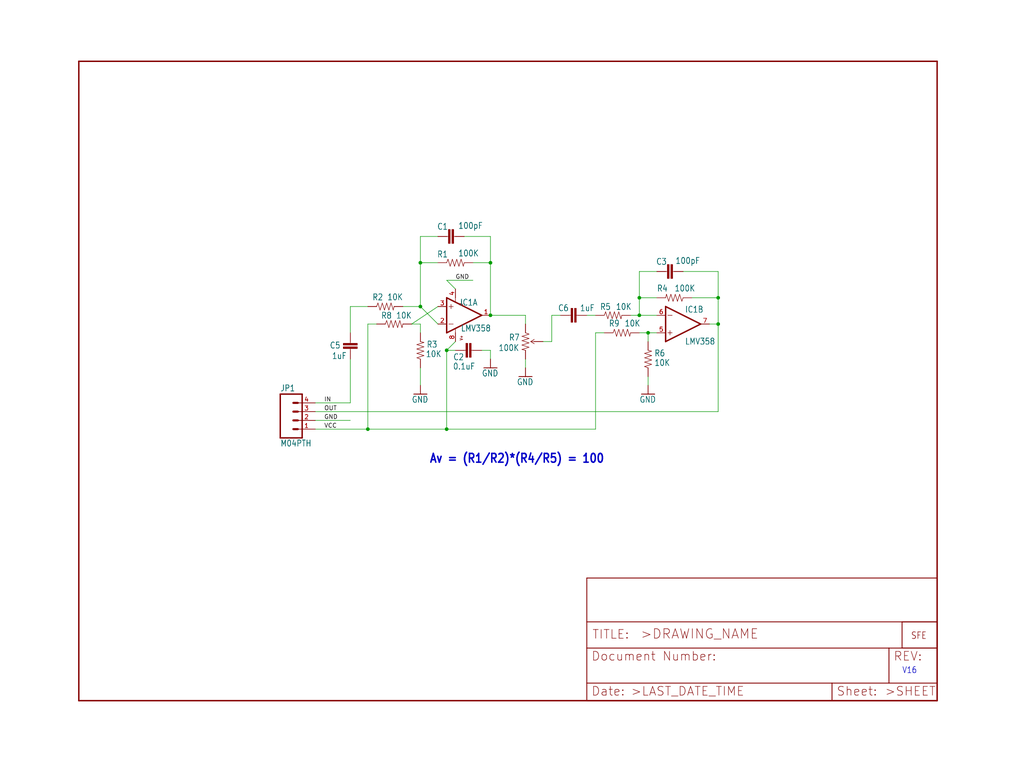
<source format=kicad_sch>
(kicad_sch (version 20211123) (generator eeschema)
  (paper "User" 297.002 223.926)
  (lib_symbols
    (symbol "schematicEagle-eagle-import:CAP0402-CAP"
      (property "Reference" "C" (at 1.524 2.921 0))
      (property "Value" "CAP0402-CAP" (at 1.524 -2.159 0))
      (symbol "CAP0402-CAP_1_0"
        (rectangle (start -2.032 0.508) (end 2.032 1.016) (fill (type outline)))
        (rectangle (start -2.032 1.524) (end 2.032 2.032) (fill (type outline)))
        (polyline (pts (xy 0 0) (xy 0 0.508)) (stroke (width 0.1524)))
        (polyline (pts (xy 0 2.54) (xy 0 2.032)) (stroke (width 0.1524)))
        (pin passive line (at 0 5.08 270) (length 2.54) (name "1") (number "1"))
        (pin passive line (at 0 -2.54 90) (length 2.54) (name "2") (number "2"))
      )
    )
    (symbol "schematicEagle-eagle-import:FRAME-LETTER"
      (symbol "FRAME-LETTER_1_0"
        (polyline (pts (xy 0 0) (xy 248.92 0)) (stroke (width 0.4064)))
        (polyline (pts (xy 0 185.42) (xy 0 0)) (stroke (width 0.4064)))
        (polyline (pts (xy 0 185.42) (xy 248.92 185.42)) (stroke (width 0.4064)))
        (polyline (pts (xy 248.92 185.42) (xy 248.92 0)) (stroke (width 0.4064)))
      )
      (symbol "FRAME-LETTER_2_0"
        (polyline (pts (xy 0 0) (xy 0 5.08)) (stroke (width 0.254)))
        (polyline (pts (xy 0 0) (xy 71.12 0)) (stroke (width 0.254)))
        (polyline (pts (xy 0 5.08) (xy 0 15.24)) (stroke (width 0.254)))
        (polyline (pts (xy 0 5.08) (xy 71.12 5.08)) (stroke (width 0.254)))
        (polyline (pts (xy 0 15.24) (xy 0 22.86)) (stroke (width 0.254)))
        (polyline (pts (xy 0 22.86) (xy 0 35.56)) (stroke (width 0.254)))
        (polyline (pts (xy 0 22.86) (xy 101.6 22.86)) (stroke (width 0.254)))
        (polyline (pts (xy 71.12 0) (xy 101.6 0)) (stroke (width 0.254)))
        (polyline (pts (xy 71.12 5.08) (xy 71.12 0)) (stroke (width 0.254)))
        (polyline (pts (xy 71.12 5.08) (xy 87.63 5.08)) (stroke (width 0.254)))
        (polyline (pts (xy 87.63 5.08) (xy 101.6 5.08)) (stroke (width 0.254)))
        (polyline (pts (xy 87.63 15.24) (xy 0 15.24)) (stroke (width 0.254)))
        (polyline (pts (xy 87.63 15.24) (xy 87.63 5.08)) (stroke (width 0.254)))
        (polyline (pts (xy 101.6 5.08) (xy 101.6 0)) (stroke (width 0.254)))
        (polyline (pts (xy 101.6 15.24) (xy 87.63 15.24)) (stroke (width 0.254)))
        (polyline (pts (xy 101.6 15.24) (xy 101.6 5.08)) (stroke (width 0.254)))
        (polyline (pts (xy 101.6 22.86) (xy 101.6 15.24)) (stroke (width 0.254)))
        (polyline (pts (xy 101.6 35.56) (xy 0 35.56)) (stroke (width 0.254)))
        (polyline (pts (xy 101.6 35.56) (xy 101.6 22.86)) (stroke (width 0.254)))
        (text ">DRAWING_NAME" (at 15.494 17.78 0) (effects (font (size 2.7432 2.7432)) (justify left bottom)))
        (text ">LAST_DATE_TIME" (at 12.7 1.27 0) (effects (font (size 2.54 2.54)) (justify left bottom)))
        (text ">SHEET" (at 86.36 1.27 0) (effects (font (size 2.54 2.54)) (justify left bottom)))
        (text "Date:" (at 1.27 1.27 0) (effects (font (size 2.54 2.54)) (justify left bottom)))
        (text "Document Number:" (at 1.27 11.43 0) (effects (font (size 2.54 2.54)) (justify left bottom)))
        (text "REV:" (at 88.9 11.43 0) (effects (font (size 2.54 2.54)) (justify left bottom)))
        (text "Sheet:" (at 72.39 1.27 0) (effects (font (size 2.54 2.54)) (justify left bottom)))
        (text "TITLE:" (at 1.524 17.78 0) (effects (font (size 2.54 2.54)) (justify left bottom)))
      )
    )
    (symbol "schematicEagle-eagle-import:GND" (power)
      (property "Value" "GND" (at -2.54 -2.54 0))
      (symbol "GND_1_0"
        (polyline (pts (xy -1.905 0) (xy 1.905 0)) (stroke (width 0.254)))
        (pin power_in line (at 0 2.54 270) (length 2.54) (name "GND") (number "1"))
      )
    )
    (symbol "schematicEagle-eagle-import:LOGO-SFENEW"
      (symbol "LOGO-SFENEW_1_0"
        (polyline (pts (xy -2.54 -2.54) (xy 7.62 -2.54)) (stroke (width 0.254)))
        (polyline (pts (xy -2.54 5.08) (xy -2.54 -2.54)) (stroke (width 0.254)))
        (polyline (pts (xy 7.62 -2.54) (xy 7.62 5.08)) (stroke (width 0.254)))
        (polyline (pts (xy 7.62 5.08) (xy -2.54 5.08)) (stroke (width 0.254)))
        (text "SFE" (at 0 0 0) (effects (font (size 1.9304 1.6408)) (justify left bottom)))
      )
    )
    (symbol "schematicEagle-eagle-import:M04PTH"
      (property "Reference" "JP" (at -5.08 8.382 0))
      (property "Value" "M04PTH" (at -5.08 -7.62 0))
      (symbol "M04PTH_1_0"
        (polyline (pts (xy -5.08 7.62) (xy -5.08 -5.08)) (stroke (width 0.4064)))
        (polyline (pts (xy -5.08 7.62) (xy 1.27 7.62)) (stroke (width 0.4064)))
        (polyline (pts (xy -1.27 -2.54) (xy 0 -2.54)) (stroke (width 0.6096)))
        (polyline (pts (xy -1.27 0) (xy 0 0)) (stroke (width 0.6096)))
        (polyline (pts (xy -1.27 2.54) (xy 0 2.54)) (stroke (width 0.6096)))
        (polyline (pts (xy -1.27 5.08) (xy 0 5.08)) (stroke (width 0.6096)))
        (polyline (pts (xy 1.27 -5.08) (xy -5.08 -5.08)) (stroke (width 0.4064)))
        (polyline (pts (xy 1.27 -5.08) (xy 1.27 7.62)) (stroke (width 0.4064)))
        (pin passive line (at 5.08 -2.54 180) (length 5.08) (name "1") (number "1"))
        (pin passive line (at 5.08 0 180) (length 5.08) (name "2") (number "2"))
        (pin passive line (at 5.08 2.54 180) (length 5.08) (name "3") (number "3"))
        (pin passive line (at 5.08 5.08 180) (length 5.08) (name "4") (number "4"))
      )
    )
    (symbol "schematicEagle-eagle-import:OPAMP-DUALU"
      (property "Reference" "IC" (at 2.54 5.715 0))
      (property "Value" "OPAMP-DUALU" (at 2.54 -5.08 0))
      (symbol "OPAMP-DUALU_1_0"
        (polyline (pts (xy -2.54 -5.08) (xy -2.54 5.08)) (stroke (width 0.4064)))
        (polyline (pts (xy -2.54 5.08) (xy 7.62 0)) (stroke (width 0.4064)))
        (polyline (pts (xy -1.905 -2.54) (xy -0.635 -2.54)) (stroke (width 0.1524)))
        (polyline (pts (xy -1.905 2.54) (xy -0.635 2.54)) (stroke (width 0.1524)))
        (polyline (pts (xy -1.27 -3.175) (xy -1.27 -1.905)) (stroke (width 0.1524)))
        (polyline (pts (xy 0 -5.08) (xy 0 -3.8862)) (stroke (width 0.1524)))
        (polyline (pts (xy 0 3.9116) (xy 0 5.08)) (stroke (width 0.1524)))
        (polyline (pts (xy 7.62 0) (xy -2.54 -5.08)) (stroke (width 0.4064)))
        (text "V+" (at 1.27 5.715 900) (effects (font (size 0.8128 0.6908)) (justify left top)))
        (text "V-" (at 1.27 -4.445 900) (effects (font (size 0.8128 0.6908)) (justify left top)))
        (pin output line (at 10.16 0 180) (length 2.54) (name "OUT") (number "1"))
        (pin input line (at -5.08 2.54 0) (length 2.54) (name "-IN") (number "2"))
        (pin input line (at -5.08 -2.54 0) (length 2.54) (name "+IN") (number "3"))
        (pin power_in line (at 0 -7.62 90) (length 2.54) (name "V-") (number "4"))
        (pin power_in line (at 0 7.62 270) (length 2.54) (name "V+") (number "8"))
      )
      (symbol "OPAMP-DUALU_2_0"
        (polyline (pts (xy -5.08 -5.08) (xy 5.08 0)) (stroke (width 0.4064)))
        (polyline (pts (xy -5.08 5.08) (xy -5.08 -5.08)) (stroke (width 0.4064)))
        (polyline (pts (xy -4.445 -2.54) (xy -3.175 -2.54)) (stroke (width 0.1524)))
        (polyline (pts (xy -4.445 2.54) (xy -3.175 2.54)) (stroke (width 0.1524)))
        (polyline (pts (xy -3.81 3.175) (xy -3.81 1.905)) (stroke (width 0.1524)))
        (polyline (pts (xy 5.08 0) (xy -5.08 5.08)) (stroke (width 0.4064)))
        (pin input line (at -7.62 2.54 0) (length 2.54) (name "+IN") (number "5"))
        (pin input line (at -7.62 -2.54 0) (length 2.54) (name "-IN") (number "6"))
        (pin output line (at 7.62 0 180) (length 2.54) (name "OUT") (number "7"))
      )
    )
    (symbol "schematicEagle-eagle-import:RESISTOR0402"
      (property "Reference" "R" (at -3.81 1.4986 0))
      (property "Value" "RESISTOR0402" (at -3.81 -3.302 0))
      (symbol "RESISTOR0402_1_0"
        (polyline (pts (xy -2.54 0) (xy -2.159 1.016)) (stroke (width 0.1524)))
        (polyline (pts (xy -2.159 1.016) (xy -1.524 -1.016)) (stroke (width 0.1524)))
        (polyline (pts (xy -1.524 -1.016) (xy -0.889 1.016)) (stroke (width 0.1524)))
        (polyline (pts (xy -0.889 1.016) (xy -0.254 -1.016)) (stroke (width 0.1524)))
        (polyline (pts (xy -0.254 -1.016) (xy 0.381 1.016)) (stroke (width 0.1524)))
        (polyline (pts (xy 0.381 1.016) (xy 1.016 -1.016)) (stroke (width 0.1524)))
        (polyline (pts (xy 1.016 -1.016) (xy 1.651 1.016)) (stroke (width 0.1524)))
        (polyline (pts (xy 1.651 1.016) (xy 2.286 -1.016)) (stroke (width 0.1524)))
        (polyline (pts (xy 2.286 -1.016) (xy 2.54 0)) (stroke (width 0.1524)))
        (pin passive line (at -5.08 0 0) (length 2.54) (name "1") (number "1"))
        (pin passive line (at 5.08 0 180) (length 2.54) (name "2") (number "2"))
      )
    )
    (symbol "schematicEagle-eagle-import:RESISTOR0402-RES"
      (property "Reference" "R" (at -3.81 1.4986 0))
      (property "Value" "RESISTOR0402-RES" (at -3.81 -3.302 0))
      (symbol "RESISTOR0402-RES_1_0"
        (polyline (pts (xy -2.54 0) (xy -2.159 1.016)) (stroke (width 0.1524)))
        (polyline (pts (xy -2.159 1.016) (xy -1.524 -1.016)) (stroke (width 0.1524)))
        (polyline (pts (xy -1.524 -1.016) (xy -0.889 1.016)) (stroke (width 0.1524)))
        (polyline (pts (xy -0.889 1.016) (xy -0.254 -1.016)) (stroke (width 0.1524)))
        (polyline (pts (xy -0.254 -1.016) (xy 0.381 1.016)) (stroke (width 0.1524)))
        (polyline (pts (xy 0.381 1.016) (xy 1.016 -1.016)) (stroke (width 0.1524)))
        (polyline (pts (xy 1.016 -1.016) (xy 1.651 1.016)) (stroke (width 0.1524)))
        (polyline (pts (xy 1.651 1.016) (xy 2.286 -1.016)) (stroke (width 0.1524)))
        (polyline (pts (xy 2.286 -1.016) (xy 2.54 0)) (stroke (width 0.1524)))
        (pin passive line (at -5.08 0 0) (length 2.54) (name "1") (number "1"))
        (pin passive line (at 5.08 0 180) (length 2.54) (name "2") (number "2"))
      )
    )
    (symbol "schematicEagle-eagle-import:TRIMPOTSMD"
      (property "Reference" "R" (at -11.43 1.4986 0))
      (property "Value" "TRIMPOTSMD" (at -3.81 -3.302 0))
      (symbol "TRIMPOTSMD_1_0"
        (polyline (pts (xy -2.54 0) (xy -2.159 1.016)) (stroke (width 0.1524)))
        (polyline (pts (xy -2.159 1.016) (xy -1.524 -1.016)) (stroke (width 0.1524)))
        (polyline (pts (xy -1.524 -1.016) (xy -0.889 1.016)) (stroke (width 0.1524)))
        (polyline (pts (xy -0.889 1.016) (xy -0.254 -1.016)) (stroke (width 0.1524)))
        (polyline (pts (xy -0.635 2.54) (xy 0 1.524)) (stroke (width 0.1524)))
        (polyline (pts (xy -0.254 -1.016) (xy 0.381 1.016)) (stroke (width 0.1524)))
        (polyline (pts (xy 0 1.524) (xy 0.635 2.54)) (stroke (width 0.1524)))
        (polyline (pts (xy 0 2.54) (xy 0 1.524)) (stroke (width 0.1524)))
        (polyline (pts (xy 0.381 1.016) (xy 1.016 -1.016)) (stroke (width 0.1524)))
        (polyline (pts (xy 1.016 -1.016) (xy 1.651 1.016)) (stroke (width 0.1524)))
        (polyline (pts (xy 1.651 1.016) (xy 2.286 -1.016)) (stroke (width 0.1524)))
        (polyline (pts (xy 2.286 -1.016) (xy 2.54 0)) (stroke (width 0.1524)))
        (pin passive line (at -5.08 0 0) (length 2.54) (name "CCW") (number "1"))
        (pin passive line (at 0 5.08 270) (length 2.54) (name "WIPER") (number "2"))
        (pin passive line (at 5.08 0 180) (length 2.54) (name "CW") (number "3"))
      )
    )
  )
  (junction (at 208.28 93.98))
  (junction (at 129.54 101.6))
  (junction (at 185.42 91.44))
  (junction (at 185.42 86.36))
  (junction (at 208.28 86.36))
  (junction (at 121.92 88.9))
  (junction (at 187.96 96.52))
  (junction (at 142.24 91.44))
  (junction (at 129.54 124.46))
  (junction (at 121.92 76.2))
  (junction (at 106.68 124.46))
  (junction (at 142.24 76.2))
  (wire (pts (xy 106.68 93.98) (xy 106.68 124.46)))
  (wire (pts (xy 208.28 119.38) (xy 91.44 119.38)))
  (wire (pts (xy 170.18 91.44) (xy 172.72 91.44)))
  (wire (pts (xy 91.44 116.84) (xy 101.6 116.84)))
  (wire (pts (xy 121.92 88.9) (xy 127 93.98)))
  (wire (pts (xy 208.28 78.74) (xy 208.28 86.36)))
  (wire (pts (xy 152.4 93.98) (xy 152.4 91.44)))
  (wire (pts (xy 109.22 93.98) (xy 106.68 93.98)))
  (wire (pts (xy 121.92 106.68) (xy 121.92 111.76)))
  (wire (pts (xy 208.28 86.36) (xy 208.28 93.98)))
  (wire (pts (xy 160.02 91.44) (xy 160.02 99.06)))
  (wire (pts (xy 134.62 68.58) (xy 142.24 68.58)))
  (wire (pts (xy 175.26 96.52) (xy 172.72 96.52)))
  (wire (pts (xy 137.16 76.2) (xy 142.24 76.2)))
  (wire (pts (xy 190.5 86.36) (xy 185.42 86.36)))
  (wire (pts (xy 185.42 78.74) (xy 185.42 86.36)))
  (wire (pts (xy 101.6 88.9) (xy 106.68 88.9)))
  (wire (pts (xy 129.54 101.6) (xy 132.08 99.06)))
  (wire (pts (xy 129.54 124.46) (xy 106.68 124.46)))
  (wire (pts (xy 121.92 68.58) (xy 121.92 76.2)))
  (wire (pts (xy 116.84 88.9) (xy 121.92 88.9)))
  (wire (pts (xy 132.08 83.82) (xy 129.54 81.28)))
  (wire (pts (xy 127 68.58) (xy 121.92 68.58)))
  (wire (pts (xy 172.72 124.46) (xy 129.54 124.46)))
  (wire (pts (xy 142.24 68.58) (xy 142.24 76.2)))
  (wire (pts (xy 132.08 101.6) (xy 129.54 101.6)))
  (wire (pts (xy 208.28 119.38) (xy 208.28 93.98)))
  (wire (pts (xy 106.68 124.46) (xy 91.44 124.46)))
  (wire (pts (xy 162.56 91.44) (xy 160.02 91.44)))
  (wire (pts (xy 187.96 96.52) (xy 187.96 99.06)))
  (wire (pts (xy 185.42 86.36) (xy 185.42 91.44)))
  (wire (pts (xy 185.42 91.44) (xy 190.5 91.44)))
  (wire (pts (xy 152.4 104.14) (xy 152.4 106.68)))
  (wire (pts (xy 121.92 76.2) (xy 121.92 88.9)))
  (wire (pts (xy 91.44 121.92) (xy 101.6 121.92)))
  (wire (pts (xy 121.92 93.98) (xy 119.38 93.98)))
  (wire (pts (xy 160.02 99.06) (xy 157.48 99.06)))
  (wire (pts (xy 182.88 91.44) (xy 185.42 91.44)))
  (wire (pts (xy 190.5 78.74) (xy 185.42 78.74)))
  (wire (pts (xy 172.72 96.52) (xy 172.72 124.46)))
  (wire (pts (xy 119.38 93.98) (xy 127 88.9)))
  (wire (pts (xy 127 76.2) (xy 121.92 76.2)))
  (wire (pts (xy 139.7 101.6) (xy 142.24 101.6)))
  (wire (pts (xy 142.24 101.6) (xy 142.24 104.14)))
  (wire (pts (xy 142.24 76.2) (xy 142.24 91.44)))
  (wire (pts (xy 101.6 116.84) (xy 101.6 104.14)))
  (wire (pts (xy 187.96 109.22) (xy 187.96 111.76)))
  (wire (pts (xy 198.12 78.74) (xy 208.28 78.74)))
  (wire (pts (xy 200.66 86.36) (xy 208.28 86.36)))
  (wire (pts (xy 152.4 91.44) (xy 142.24 91.44)))
  (wire (pts (xy 129.54 101.6) (xy 129.54 124.46)))
  (wire (pts (xy 185.42 96.52) (xy 187.96 96.52)))
  (wire (pts (xy 129.54 81.28) (xy 137.16 81.28)))
  (wire (pts (xy 101.6 96.52) (xy 101.6 88.9)))
  (wire (pts (xy 121.92 96.52) (xy 121.92 93.98)))
  (wire (pts (xy 208.28 93.98) (xy 205.74 93.98)))
  (wire (pts (xy 190.5 96.52) (xy 187.96 96.52)))
  (text "V16" (at 261.62 195.58 180) (effects (font (size 1.778 1.5113)) (justify left bottom)))
  (text "Av = (R1/R2)*(R4/R5) = 100" (at 124.46 134.62 180) (effects (font (size 2.54 2.159) (thickness 0.4318) bold) (justify left bottom)))
  (label "VCC" (at 93.98 124.46 0) (effects (font (size 1.2446 1.2446))))
  (label "OUT" (at 93.98 119.38 0) (effects (font (size 1.2446 1.2446))))
  (label "GND" (at 93.98 121.92 0) (effects (font (size 1.2446 1.2446))))
  (label "GND" (at 132.08 81.28 0) (effects (font (size 1.2446 1.2446))))
  (label "IN" (at 93.98 116.84 0) (effects (font (size 1.2446 1.2446))))
  (symbol (lib_id "schematicEagle-eagle-import:GND") (at 187.96 114.3 0) (unit 1)
    (property "Reference" "#GND6" (effects hide))
    (property "Value" "GND" (at 185.42 116.84 0) (effects (font (size 1.778 1.5113)) (justify left bottom)))
    (property "Footprint" "schematicEagle:" (effects hide))
  )
  (symbol (lib_id "schematicEagle-eagle-import:CAP0402-CAP") (at 132.08 68.58 90) (unit 1)
    (property "Reference" "C1" (at 126.746 66.675 90) (effects (font (size 1.778 1.5113)) (justify right top)))
    (property "Value" "100pF" (at 132.842 66.421 90) (effects (font (size 1.778 1.5113)) (justify right top)))
    (property "Footprint" "schematicEagle:0402-CAP" (effects hide))
  )
  (symbol (lib_id "schematicEagle-eagle-import:RESISTOR0402-RES") (at 187.96 104.14 90) (unit 1)
    (property "Reference" "R6" (at 189.738 103.4034 90) (effects (font (size 1.778 1.5113)) (justify right top)))
    (property "Value" "10K" (at 189.738 106.172 90) (effects (font (size 1.778 1.5113)) (justify right top)))
    (property "Footprint" "schematicEagle:0402-RES" (effects hide))
  )
  (symbol (lib_id "schematicEagle-eagle-import:RESISTOR0402-RES") (at 195.58 86.36 180) (unit 1)
    (property "Reference" "R4" (at 190.5 84.6074 0) (effects (font (size 1.778 1.5113)) (justify right top)))
    (property "Value" "100K" (at 195.58 84.582 0) (effects (font (size 1.778 1.5113)) (justify right top)))
    (property "Footprint" "schematicEagle:0402-RES" (effects hide))
  )
  (symbol (lib_id "schematicEagle-eagle-import:FRAME-LETTER") (at 22.86 203.2 0) (unit 1)
    (property "Reference" "#FRAME1" (effects hide))
    (property "Value" "FRAME-LETTER" (effects hide))
    (property "Footprint" "schematicEagle:" (effects hide))
  )
  (symbol (lib_id "schematicEagle-eagle-import:RESISTOR0402-RES") (at 121.92 101.6 90) (unit 1)
    (property "Reference" "R3" (at 123.698 100.8634 90) (effects (font (size 1.778 1.5113)) (justify right top)))
    (property "Value" "10K" (at 123.444 103.632 90) (effects (font (size 1.778 1.5113)) (justify right top)))
    (property "Footprint" "schematicEagle:0402-RES" (effects hide))
  )
  (symbol (lib_id "schematicEagle-eagle-import:OPAMP-DUALU") (at 198.12 93.98 0) (mirror x) (unit 2)
    (property "Reference" "IC1" (at 198.628 88.773 0) (effects (font (size 1.778 1.5113)) (justify left bottom)))
    (property "Value" "LMV358" (at 198.628 98.044 0) (effects (font (size 1.778 1.5113)) (justify left bottom)))
    (property "Footprint" "schematicEagle:SO08" (effects hide))
  )
  (symbol (lib_id "schematicEagle-eagle-import:RESISTOR0402") (at 180.34 96.52 0) (unit 1)
    (property "Reference" "R9" (at 176.53 94.7674 0) (effects (font (size 1.778 1.5113)) (justify left bottom)))
    (property "Value" "10K" (at 181.102 94.742 0) (effects (font (size 1.778 1.5113)) (justify left bottom)))
    (property "Footprint" "schematicEagle:C0402" (effects hide))
  )
  (symbol (lib_id "schematicEagle-eagle-import:CAP0402-CAP") (at 195.58 78.74 90) (unit 1)
    (property "Reference" "C3" (at 190.246 76.835 90) (effects (font (size 1.778 1.5113)) (justify right top)))
    (property "Value" "100pF" (at 195.834 76.581 90) (effects (font (size 1.778 1.5113)) (justify right top)))
    (property "Footprint" "schematicEagle:0402-CAP" (effects hide))
  )
  (symbol (lib_id "schematicEagle-eagle-import:CAP0402-CAP") (at 137.16 101.6 90) (mirror x) (unit 1)
    (property "Reference" "C2" (at 134.62 104.521 90) (effects (font (size 1.778 1.5113)) (justify left bottom)))
    (property "Value" "0.1uF" (at 131.318 105.283 90) (effects (font (size 1.778 1.5113)) (justify right top)))
    (property "Footprint" "schematicEagle:0402-CAP" (effects hide))
  )
  (symbol (lib_id "schematicEagle-eagle-import:RESISTOR0402-RES") (at 111.76 88.9 0) (unit 1)
    (property "Reference" "R2" (at 107.95 87.1474 0) (effects (font (size 1.778 1.5113)) (justify left bottom)))
    (property "Value" "10K" (at 112.268 87.122 0) (effects (font (size 1.778 1.5113)) (justify left bottom)))
    (property "Footprint" "schematicEagle:0402-RES" (effects hide))
  )
  (symbol (lib_id "schematicEagle-eagle-import:GND") (at 121.92 114.3 0) (unit 1)
    (property "Reference" "#GND2" (effects hide))
    (property "Value" "GND" (at 119.38 116.84 0) (effects (font (size 1.778 1.5113)) (justify left bottom)))
    (property "Footprint" "schematicEagle:" (effects hide))
  )
  (symbol (lib_id "schematicEagle-eagle-import:OPAMP-DUALU") (at 132.08 91.44 0) (mirror x) (unit 1)
    (property "Reference" "IC1" (at 133.35 86.741 0) (effects (font (size 1.778 1.5113)) (justify left bottom)))
    (property "Value" "LMV358" (at 133.604 94.234 0) (effects (font (size 1.778 1.5113)) (justify left bottom)))
    (property "Footprint" "schematicEagle:SO08" (effects hide))
  )
  (symbol (lib_id "schematicEagle-eagle-import:GND") (at 142.24 106.68 0) (unit 1)
    (property "Reference" "#GND3" (effects hide))
    (property "Value" "GND" (at 139.7 109.22 0) (effects (font (size 1.778 1.5113)) (justify left bottom)))
    (property "Footprint" "schematicEagle:" (effects hide))
  )
  (symbol (lib_id "schematicEagle-eagle-import:TRIMPOTSMD") (at 152.4 99.06 270) (unit 1)
    (property "Reference" "R7" (at 147.574 98.8314 90) (effects (font (size 1.778 1.5113)) (justify left bottom)))
    (property "Value" "100K" (at 144.526 101.854 90) (effects (font (size 1.778 1.5113)) (justify left bottom)))
    (property "Footprint" "schematicEagle:TRIMPOT-3MM" (effects hide))
  )
  (symbol (lib_id "schematicEagle-eagle-import:RESISTOR0402-RES") (at 132.08 76.2 0) (unit 1)
    (property "Reference" "R1" (at 126.746 74.7014 0) (effects (font (size 1.778 1.5113)) (justify left bottom)))
    (property "Value" "100K" (at 132.842 74.422 0) (effects (font (size 1.778 1.5113)) (justify left bottom)))
    (property "Footprint" "schematicEagle:0402-RES" (effects hide))
  )
  (symbol (lib_id "schematicEagle-eagle-import:GND") (at 152.4 109.22 0) (unit 1)
    (property "Reference" "#GND1" (effects hide))
    (property "Value" "GND" (at 149.86 111.76 0) (effects (font (size 1.778 1.5113)) (justify left bottom)))
    (property "Footprint" "schematicEagle:" (effects hide))
  )
  (symbol (lib_id "schematicEagle-eagle-import:RESISTOR0402") (at 114.3 93.98 0) (unit 1)
    (property "Reference" "R8" (at 110.49 92.4814 0) (effects (font (size 1.778 1.5113)) (justify left bottom)))
    (property "Value" "10K" (at 114.808 92.456 0) (effects (font (size 1.778 1.5113)) (justify left bottom)))
    (property "Footprint" "schematicEagle:C0402" (effects hide))
  )
  (symbol (lib_id "schematicEagle-eagle-import:LOGO-SFENEW") (at 264.16 185.42 0) (unit 1)
    (property "Reference" "U$3" (effects hide))
    (property "Value" "LOGO-SFENEW" (effects hide))
    (property "Footprint" "schematicEagle:SFE-NEW-WEBLOGO" (effects hide))
  )
  (symbol (lib_id "schematicEagle-eagle-import:CAP0402-CAP") (at 165.1 91.44 270) (unit 1)
    (property "Reference" "C6" (at 161.798 90.297 90) (effects (font (size 1.778 1.5113)) (justify left bottom)))
    (property "Value" "1uF" (at 168.148 90.297 90) (effects (font (size 1.778 1.5113)) (justify left bottom)))
    (property "Footprint" "schematicEagle:0402-CAP" (effects hide))
  )
  (symbol (lib_id "schematicEagle-eagle-import:CAP0402-CAP") (at 101.6 99.06 180) (unit 1)
    (property "Reference" "C5" (at 98.806 99.187 0) (effects (font (size 1.778 1.5113)) (justify left bottom)))
    (property "Value" "1uF" (at 100.584 102.235 0) (effects (font (size 1.778 1.5113)) (justify left bottom)))
    (property "Footprint" "schematicEagle:0402-CAP" (effects hide))
  )
  (symbol (lib_id "schematicEagle-eagle-import:FRAME-LETTER") (at 170.18 203.2 0) (unit 2)
    (property "Reference" "#FRAME1" (effects hide))
    (property "Value" "FRAME-LETTER" (effects hide))
    (property "Footprint" "schematicEagle:" (effects hide))
  )
  (symbol (lib_id "schematicEagle-eagle-import:M04PTH") (at 86.36 121.92 0) (unit 1)
    (property "Reference" "JP1" (at 81.28 113.538 0) (effects (font (size 1.778 1.5113)) (justify left bottom)))
    (property "Value" "M04PTH" (at 81.28 129.54 0) (effects (font (size 1.778 1.5113)) (justify left bottom)))
    (property "Footprint" "schematicEagle:1X04" (effects hide))
  )
  (symbol (lib_id "schematicEagle-eagle-import:RESISTOR0402-RES") (at 177.8 91.44 0) (unit 1)
    (property "Reference" "R5" (at 173.99 89.9414 0) (effects (font (size 1.778 1.5113)) (justify left bottom)))
    (property "Value" "10K" (at 178.562 89.916 0) (effects (font (size 1.778 1.5113)) (justify left bottom)))
    (property "Footprint" "schematicEagle:0402-RES" (effects hide))
  )
)
</source>
